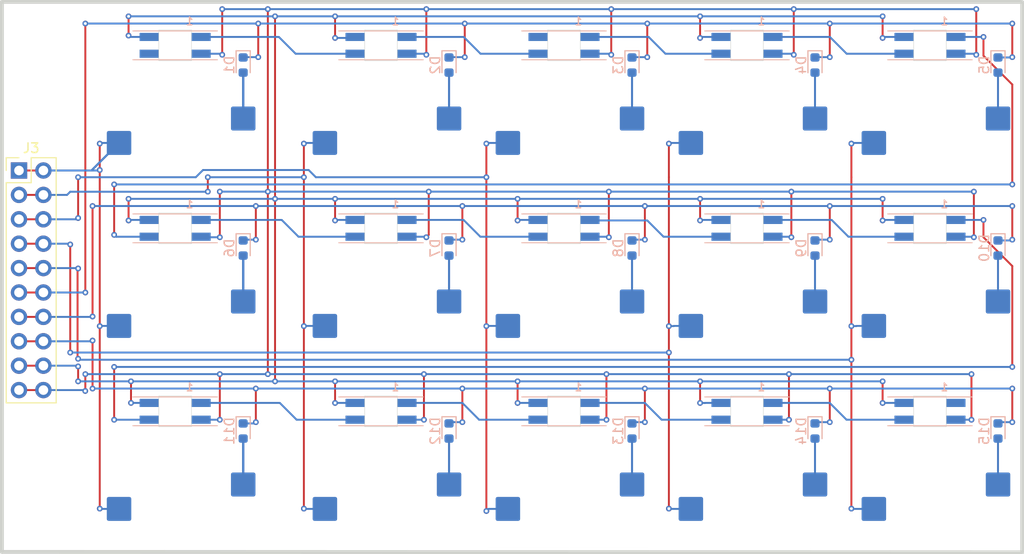
<source format=kicad_pcb>
(kicad_pcb (version 20241229) (generator "pcbnew") (generator_version "9.0")
  (layers (0 "F.Cu" signal) (2 "B.Cu" signal) (13 "F.Paste" user) (15 "B.Paste" user) (5 "F.SilkS" user "F.Silkscreen") (7 "B.SilkS" user "B.Silkscreen") (1 "F.Mask" user) (3 "B.Mask" user) (25 "Edge.Cuts" user))
  (net 0 "")
  (net 1 "ROW1")
  (net 2 "Net-(D1-A)")
  (net 3 "Net-(D2-A)")
  (net 4 "Net-(D3-A)")
  (net 5 "Net-(D4-A)")
  (net 6 "Net-(D5-A)")
  (net 7 "Net-(D6-A)")
  (net 8 "ROW2")
  (net 9 "Net-(D7-A)")
  (net 10 "Net-(D8-A)")
  (net 11 "Net-(D9-A)")
  (net 12 "Net-(D10-A)")
  (net 13 "Net-(D11-A)")
  (net 14 "ROW3")
  (net 15 "Net-(D12-A)")
  (net 16 "Net-(D13-A)")
  (net 17 "Net-(D14-A)")
  (net 18 "Net-(D15-A)")
  (net 19 "COL1")
  (net 20 "COL2")
  (net 21 "GND")
  (net 22 "COL4")
  (net 23 "COL3")
  (net 24 "COL5")
  (net 25 "VCC")
  (net 26 "Net-(LED1-DOUT)")
  (net 27 "DOUT")
  (net 28 "DIN")
  (net 29 "Net-(LED2-DOUT)")
  (net 30 "Net-(LED3-DOUT)")
  (net 31 "Net-(LED4-DOUT)")
  (net 32 "Net-(LED5-DOUT)")
  (net 33 "Net-(LED6-DOUT)")
  (net 34 "Net-(LED7-DOUT)")
  (net 35 "Net-(LED8-DOUT)")
  (net 36 "Net-(LED10-DIN)")
  (net 37 "Net-(LED10-DOUT)")
  (net 38 "Net-(LED11-DOUT)")
  (net 39 "Net-(LED12-DOUT)")
  (net 40 "Net-(LED13-DOUT)")
  (net 41 "Net-(LED14-DOUT)")
  (footprint "Connector_PinHeader_2.54mm:PinHeader_2x10_P2.54mm_Vertical" (layer "F.Cu") (at 21.844 46.05)
    (property "Reference" "J3")
    (property "Value" "Conn_02x10_Counter_Clockwise" (hide yes))
  )
  (footprint "SWICHES:MX-Hotswap-1.25U" (layer "B.Cu") (at 38.1 38.1)
    (property "Reference" "SW1")
    (property "Value" "SW_Push")
  )
  (footprint "Diode_SMD:D_0603_1608Metric" (layer "B.Cu") (at 85.66125 54.12 -90)
    (property "Reference" "D8")
    (property "Value" "D")
  )
  (footprint "SWICHES:SK6812 MINI W_hole" (layer "B.Cu") (at 116.68125 57.15 180)
    (property "Reference" "LED10" (hide yes))
    (property "Value" "SK6812MINI" (hide yes))
    (fp_line (start 1.7 6.68) (end -1.7 6.68) (stroke (width 0.05)) (layer "Edge.Cuts"))
    (fp_line (start 1.7 3.48) (end 1.7 6.68) (stroke (width 0.05)) (layer "Edge.Cuts"))
    (fp_line (start -1.7 6.68) (end -1.7 3.48) (stroke (width 0.05)) (layer "Edge.Cuts"))
    (fp_line (start -1.7 3.48) (end 1.7 3.48) (stroke (width 0.05)) (layer "Edge.Cuts"))
  )
  (footprint "SWICHES:MX-Hotswap-1U" (layer "B.Cu") (at 59.53125 57.15)
    (property "Reference" "SW7")
    (property "Value" "SW_Push")
  )
  (footprint "SWICHES:SK6812 MINI W_hole" (layer "B.Cu") (at 38.1 76.2 180)
    (property "Reference" "LED11" (hide yes))
    (property "Value" "SK6812MINI" (hide yes))
    (fp_line (start 1.7 6.68) (end -1.7 6.68) (stroke (width 0.05)) (layer "Edge.Cuts"))
    (fp_line (start 1.7 3.48) (end 1.7 6.68) (stroke (width 0.05)) (layer "Edge.Cuts"))
    (fp_line (start -1.7 6.68) (end -1.7 3.48) (stroke (width 0.05)) (layer "Edge.Cuts"))
    (fp_line (start -1.7 3.48) (end 1.7 3.48) (stroke (width 0.05)) (layer "Edge.Cuts"))
  )
  (footprint "SWICHES:SK6812 MINI W_hole" (layer "B.Cu") (at 78.58125 57.15 180)
    (property "Reference" "LED8" (hide yes))
    (property "Value" "SK6812MINI" (hide yes))
    (fp_line (start 1.7 6.68) (end -1.7 6.68) (stroke (width 0.05)) (layer "Edge.Cuts"))
    (fp_line (start 1.7 3.48) (end 1.7 6.68) (stroke (width 0.05)) (layer "Edge.Cuts"))
    (fp_line (start -1.7 6.68) (end -1.7 3.48) (stroke (width 0.05)) (layer "Edge.Cuts"))
    (fp_line (start -1.7 3.48) (end 1.7 3.48) (stroke (width 0.05)) (layer "Edge.Cuts"))
  )
  (footprint "Diode_SMD:D_0603_1608Metric" (layer "B.Cu") (at 85.66125 73.17 -90)
    (property "Reference" "D13")
    (property "Value" "D")
  )
  (footprint "SWICHES:SK6812 MINI W_hole" (layer "B.Cu") (at 59.53125 57.15 180)
    (property "Reference" "LED7" (hide yes))
    (property "Value" "SK6812MINI" (hide yes))
    (fp_line (start 1.7 6.68) (end -1.7 6.68) (stroke (width 0.05)) (layer "Edge.Cuts"))
    (fp_line (start 1.7 3.48) (end 1.7 6.68) (stroke (width 0.05)) (layer "Edge.Cuts"))
    (fp_line (start -1.7 6.68) (end -1.7 3.48) (stroke (width 0.05)) (layer "Edge.Cuts"))
    (fp_line (start -1.7 3.48) (end 1.7 3.48) (stroke (width 0.05)) (layer "Edge.Cuts"))
  )
  (footprint "SWICHES:MX-Hotswap-1U" (layer "B.Cu") (at 97.63125 57.15)
    (property "Reference" "SW9")
    (property "Value" "SW_Push")
  )
  (footprint "Diode_SMD:D_0603_1608Metric" (layer "B.Cu") (at 45.18 73.17 -90)
    (property "Reference" "D11")
    (property "Value" "D")
  )
  (footprint "Diode_SMD:D_0603_1608Metric" (layer "B.Cu") (at 45.18 54.12 -90)
    (property "Reference" "D6")
    (property "Value" "D")
  )
  (footprint "Diode_SMD:D_0603_1608Metric" (layer "B.Cu") (at 66.61125 73.17 -90)
    (property "Reference" "D12")
    (property "Value" "D")
  )
  (footprint "SWICHES:MX-Hotswap-1U" (layer "B.Cu") (at 59.53125 38.1)
    (property "Reference" "SW2")
    (property "Value" "SW_Push")
  )
  (footprint "SWICHES:MX-Hotswap-1U" (layer "B.Cu") (at 78.58125 57.15)
    (property "Reference" "SW8")
    (property "Value" "SW_Push")
  )
  (footprint "SWICHES:SK6812 MINI W_hole" (layer "B.Cu") (at 116.68125 38.1 180)
    (property "Reference" "LED5" (hide yes))
    (property "Value" "SK6812MINI" (hide yes))
    (fp_line (start 1.7 6.68) (end -1.7 6.68) (stroke (width 0.05)) (layer "Edge.Cuts"))
    (fp_line (start 1.7 3.48) (end 1.7 6.68) (stroke (width 0.05)) (layer "Edge.Cuts"))
    (fp_line (start -1.7 6.68) (end -1.7 3.48) (stroke (width 0.05)) (layer "Edge.Cuts"))
    (fp_line (start -1.7 3.48) (end 1.7 3.48) (stroke (width 0.05)) (layer "Edge.Cuts"))
  )
  (footprint "SWICHES:SK6812 MINI W_hole" (layer "B.Cu") (at 78.58125 76.2 180)
    (property "Reference" "LED13" (hide yes))
    (property "Value" "SK6812MINI" (hide yes))
    (fp_line (start 1.7 6.68) (end -1.7 6.68) (stroke (width 0.05)) (layer "Edge.Cuts"))
    (fp_line (start 1.7 3.48) (end 1.7 6.68) (stroke (width 0.05)) (layer "Edge.Cuts"))
    (fp_line (start -1.7 6.68) (end -1.7 3.48) (stroke (width 0.05)) (layer "Edge.Cuts"))
    (fp_line (start -1.7 3.48) (end 1.7 3.48) (stroke (width 0.05)) (layer "Edge.Cuts"))
  )
  (footprint "Diode_SMD:D_0603_1608Metric" (layer "B.Cu") (at 104.71125 73.17 -90)
    (property "Reference" "D14")
    (property "Value" "D")
  )
  (footprint "SWICHES:MX-Hotswap-1.25U" (layer "B.Cu") (at 38.1 76.2)
    (property "Reference" "SW11")
    (property "Value" "SW_Push")
  )
  (footprint "SWICHES:SK6812 MINI W_hole" (layer "B.Cu") (at 78.58125 38.1 180)
    (property "Reference" "LED3" (hide yes))
    (property "Value" "SK6812MINI" (hide yes))
    (fp_line (start 1.7 6.68) (end -1.7 6.68) (stroke (width 0.05)) (layer "Edge.Cuts"))
    (fp_line (start 1.7 3.48) (end 1.7 6.68) (stroke (width 0.05)) (layer "Edge.Cuts"))
    (fp_line (start -1.7 6.68) (end -1.7 3.48) (stroke (width 0.05)) (layer "Edge.Cuts"))
    (fp_line (start -1.7 3.48) (end 1.7 3.48) (stroke (width 0.05)) (layer "Edge.Cuts"))
  )
  (footprint "Diode_SMD:D_0603_1608Metric" (layer "B.Cu") (at 104.71125 54.12 -90)
    (property "Reference" "D9")
    (property "Value" "D")
  )
  (footprint "Diode_SMD:D_0603_1608Metric" (layer "B.Cu") (at 123.76125 54.12 -90)
    (property "Reference" "D10")
    (property "Value" "D")
  )
  (footprint "SWICHES:SK6812 MINI W_hole" (layer "B.Cu") (at 38.1 57.15 180)
    (property "Reference" "LED6" (hide yes))
    (property "Value" "SK6812MINI" (hide yes))
    (fp_line (start 1.7 6.68) (end -1.7 6.68) (stroke (width 0.05)) (layer "Edge.Cuts"))
    (fp_line (start 1.7 3.48) (end 1.7 6.68) (stroke (width 0.05)) (layer "Edge.Cuts"))
    (fp_line (start -1.7 6.68) (end -1.7 3.48) (stroke (width 0.05)) (layer "Edge.Cuts"))
    (fp_line (start -1.7 3.48) (end 1.7 3.48) (stroke (width 0.05)) (layer "Edge.Cuts"))
  )
  (footprint "SWICHES:SK6812 MINI W_hole" (layer "B.Cu") (at 59.53125 76.2 180)
    (property "Reference" "LED12" (hide yes))
    (property "Value" "SK6812MINI" (hide yes))
    (fp_line (start 1.7 6.68) (end -1.7 6.68) (stroke (width 0.05)) (layer "Edge.Cuts"))
    (fp_line (start 1.7 3.48) (end 1.7 6.68) (stroke (width 0.05)) (layer "Edge.Cuts"))
    (fp_line (start -1.7 6.68) (end -1.7 3.48) (stroke (width 0.05)) (layer "Edge.Cuts"))
    (fp_line (start -1.7 3.48) (end 1.7 3.48) (stroke (width 0.05)) (layer "Edge.Cuts"))
  )
  (footprint "SWICHES:SK6812 MINI W_hole" (layer "B.Cu") (at 59.53125 38.1 180)
    (property "Reference" "LED2" (hide yes))
    (property "Value" "SK6812MINI" (hide yes))
    (fp_line (start 1.7 6.68) (end -1.7 6.68) (stroke (width 0.05)) (layer "Edge.Cuts"))
    (fp_line (start 1.7 3.48) (end 1.7 6.68) (stroke (width 0.05)) (layer "Edge.Cuts"))
    (fp_line (start -1.7 6.68) (end -1.7 3.48) (stroke (width 0.05)) (layer "Edge.Cuts"))
    (fp_line (start -1.7 3.48) (end 1.7 3.48) (stroke (width 0.05)) (layer "Edge.Cuts"))
  )
  (footprint "Diode_SMD:D_0603_1608Metric" (layer "B.Cu") (at 123.76125 35.07 -90)
    (property "Reference" "D5")
    (property "Value" "D")
  )
  (footprint "SWICHES:MX-Hotswap-1U" (layer "B.Cu") (at 59.53125 76.2)
    (property "Reference" "SW12")
    (property "Value" "SW_Push")
  )
  (footprint "Diode_SMD:D_0603_1608Metric" (layer "B.Cu") (at 85.66125 35.07 -90)
    (property "Reference" "D3")
    (property "Value" "D")
  )
  (footprint "Diode_SMD:D_0603_1608Metric" (layer "B.Cu") (at 66.61125 35.07 -90)
    (property "Reference" "D2")
    (property "Value" "D")
  )
  (footprint "Diode_SMD:D_0603_1608Metric" (layer "B.Cu") (at 104.71125 35.07 -90)
    (property "Reference" "D4")
    (property "Value" "D")
  )
  (footprint "Diode_SMD:D_0603_1608Metric" (layer "B.Cu") (at 66.61125 54.12 -90)
    (property "Reference" "D7")
    (property "Value" "D")
  )
  (footprint "Diode_SMD:D_0603_1608Metric" (layer "B.Cu") (at 123.76125 73.17 -90)
    (property "Reference" "D15")
    (property "Value" "D")
  )
  (footprint "SWICHES:MX-Hotswap-1U" (layer "B.Cu") (at 116.68125 38.1)
    (property "Reference" "SW5")
    (property "Value" "SW_Push")
  )
  (footprint "SWICHES:SK6812 MINI W_hole" (layer "B.Cu") (at 116.68125 76.2 180)
    (property "Reference" "LED15" (hide yes))
    (property "Value" "SK6812MINI" (hide yes))
    (fp_line (start 1.7 6.68) (end -1.7 6.68) (stroke (width 0.05)) (layer "Edge.Cuts"))
    (fp_line (start 1.7 3.48) (end 1.7 6.68) (stroke (width 0.05)) (layer "Edge.Cuts"))
    (fp_line (start -1.7 6.68) (end -1.7 3.48) (stroke (width 0.05)) (layer "Edge.Cuts"))
    (fp_line (start -1.7 3.48) (end 1.7 3.48) (stroke (width 0.05)) (layer "Edge.Cuts"))
  )
  (footprint "SWICHES:MX-Hotswap-1U" (layer "B.Cu") (at 78.58125 38.1)
    (property "Reference" "SW3")
    (property "Value" "SW_Push")
  )
  (footprint "SWICHES:SK6812 MINI W_hole" (layer "B.Cu") (at 97.63125 57.15 180)
    (property "Reference" "LED9" (hide yes))
    (property "Value" "SK6812MINI" (hide yes))
    (fp_line (start 1.7 6.68) (end -1.7 6.68) (stroke (width 0.05)) (layer "Edge.Cuts"))
    (fp_line (start 1.7 3.48) (end 1.7 6.68) (stroke (width 0.05)) (layer "Edge.Cuts"))
    (fp_line (start -1.7 6.68) (end -1.7 3.48) (stroke (width 0.05)) (layer "Edge.Cuts"))
    (fp_line (start -1.7 3.48) (end 1.7 3.48) (stroke (width 0.05)) (layer "Edge.Cuts"))
  )
  (footprint "SWICHES:MX-Hotswap-1U" (layer "B.Cu") (at 97.63125 76.2)
    (property "Reference" "SW14")
    (property "Value" "SW_Push")
  )
  (footprint "SWICHES:MX-Hotswap-1.25U" (layer "B.Cu") (at 38.1 57.15)
    (property "Reference" "SW6")
    (property "Value" "SW_Push")
  )
  (footprint "SWICHES:MX-Hotswap-1U" (layer "B.Cu") (at 97.63125 38.1)
    (property "Reference" "SW4")
    (property "Value" "SW_Push")
  )
  (footprint "SWICHES:MX-Hotswap-1U" (layer "B.Cu") (at 116.68125 57.15)
    (property "Reference" "SW10")
    (property "Value" "SW_Push")
  )
  (footprint "SWICHES:SK6812 MINI W_hole" (layer "B.Cu") (at 97.63125 76.2 180)
    (property "Reference" "LED14" (hide yes))
    (property "Value" "SK6812MINI" (hide yes))
    (fp_line (start 1.7 6.68) (end -1.7 6.68) (stroke (width 0.05)) (layer "Edge.Cuts"))
    (fp_line (start 1.7 3.48) (end 1.7 6.68) (stroke (width 0.05)) (layer "Edge.Cuts"))
    (fp_line (start -1.7 6.68) (end -1.7 3.48) (stroke (width 0.05)) (layer "Edge.Cuts"))
    (fp_line (start -1.7 3.48) (end 1.7 3.48) (stroke (width 0.05)) (layer "Edge.Cuts"))
  )
  (footprint "SWICHES:SK6812 MINI W_hole" (layer "B.Cu") (at 38.1 38.1 180)
    (property "Reference" "LED1" (hide yes))
    (property "Value" "SK6812MINI" (hide yes))
    (fp_line (start 1.7 6.68) (end -1.7 6.68) (stroke (width 0.05)) (layer "Edge.Cuts"))
    (fp_line (start 1.7 3.48) (end 1.7 6.68) (stroke (width 0.05)) (layer "Edge.Cuts"))
    (fp_line (start -1.7 6.68) (end -1.7 3.48) (stroke (width 0.05)) (layer "Edge.Cuts"))
    (fp_line (start -1.7 3.48) (end 1.7 3.48) (stroke (width 0.05)) (layer "Edge.Cuts"))
  )
  (footprint "SWICHES:MX-Hotswap-1U" (layer "B.Cu") (at 78.58125 76.2)
    (property "Reference" "SW13")
    (property "Value" "SW_Push")
  )
  (footprint "SWICHES:MX-Hotswap-1U" (layer "B.Cu") (at 116.68125 76.2)
    (property "Reference" "SW15")
    (property "Value" "SW_Push")
  )
  (footprint "SWICHES:SK6812 MINI W_hole" (layer "B.Cu") (at 97.63125 38.1 180)
    (property "Reference" "LED4" (hide yes))
    (property "Value" "SK6812MINI" (hide yes))
    (fp_line (start 1.7 6.68) (end -1.7 6.68) (stroke (width 0.05)) (layer "Edge.Cuts"))
    (fp_line (start 1.7 3.48) (end 1.7 6.68) (stroke (width 0.05)) (layer "Edge.Cuts"))
    (fp_line (start -1.7 6.68) (end -1.7 3.48) (stroke (width 0.05)) (layer "Edge.Cuts"))
    (fp_line (start -1.7 3.48) (end 1.7 3.48) (stroke (width 0.05)) (layer "Edge.Cuts"))
  )
  (footprint "Diode_SMD:D_0603_1608Metric" (layer "B.Cu") (at 45.18 35.07 -90)
    (property "Reference" "D1")
    (property "Value" "D")
  )
  (gr_line (start 126.28125 28.543934) (end 126.28125 85.800018) (stroke (width 0.4)) (layer "Edge.Cuts"))
  (gr_line (start 20.066 85.756066) (end 20.066 28.5) (stroke (width 0.4)) (layer "Edge.Cuts"))
  (gr_line (start 20.066 28.5) (end 126.237316 28.5) (stroke (width 0.4)) (layer "Edge.Cuts"))
  (gr_line (start 126.28125 85.800018) (end 20.066 85.756066) (stroke (width 0.4)) (layer "Edge.Cuts"))
  (gr_line (start 126.237316 28.5) (end 126.28125 28.543934) (stroke (width 0.4)) (layer "Edge.Cuts"))
  (segment (start 106.25 30.75) (end 106.25 34.25) (width 0.2) (layer "F.Cu") (net 1))
  (segment (start 125.25 34.25) (end 125.25 30.75) (width 0.2) (layer "F.Cu") (net 1))
  (segment (start 46.75 30.75) (end 46.75 34.25) (width 0.2) (layer "F.Cu") (net 1))
  (segment (start 21.844 58.75) (end 24.384 58.75) (width 0.2) (layer "F.Cu") (net 1))
  (segment (start 68.25 30.75) (end 68.25 34.25) (width 0.2) (layer "F.Cu") (net 1))
  (segment (start 87.25 30.75) (end 87.25 34.25) (width 0.2) (layer "F.Cu") (net 1))
  (segment (start 28.75 30.75) (end 28.75 58.75) (width 0.2) (layer "F.Cu") (net 1))
  (via (at 28.75 58.75) (size 0.6) (drill 0.3) (layers "F.Cu" "B.Cu") (net 1))
  (via (at 28.75 30.75) (size 0.6) (drill 0.3) (layers "F.Cu" "B.Cu") (net 1))
  (via (at 68.25 30.75) (size 0.6) (drill 0.3) (layers "F.Cu" "B.Cu") (net 1))
  (via (at 46.75 34.25) (size 0.6) (drill 0.3) (layers "F.Cu" "B.Cu") (net 1))
  (via (at 68.25 34.25) (size 0.6) (drill 0.3) (layers "F.Cu" "B.Cu") (net 1))
  (via (at 46.75 30.75) (size 0.6) (drill 0.3) (layers "F.Cu" "B.Cu") (net 1))
  (via (at 87.25 30.75) (size 0.6) (drill 0.3) (layers "F.Cu" "B.Cu") (net 1))
  (via (at 125.25 30.75) (size 0.6) (drill 0.3) (layers "F.Cu" "B.Cu") (net 1))
  (via (at 87.25 34.25) (size 0.6) (drill 0.3) (layers "F.Cu" "B.Cu") (net 1))
  (via (at 106.25 30.75) (size 0.6) (drill 0.3) (layers "F.Cu" "B.Cu") (net 1))
  (via (at 125.25 34.25) (size 0.6) (drill 0.3) (layers "F.Cu" "B.Cu") (net 1))
  (via (at 106.25 34.25) (size 0.6) (drill 0.3) (layers "F.Cu" "B.Cu") (net 1))
  (segment (start 46.75 34.25) (end 45.2125 34.25) (width 0.2) (layer "B.Cu") (net 1))
  (segment (start 28.75 30.75) (end 46.75 30.75) (width 0.2) (layer "B.Cu") (net 1))
  (segment (start 68.25 34.25) (end 66.64375 34.25) (width 0.2) (layer "B.Cu") (net 1))
  (segment (start 87.25 34.25) (end 85.69375 34.25) (width 0.2) (layer "B.Cu") (net 1))
  (segment (start 45.2125 34.25) (end 45.18 34.2825) (width 0.2) (layer "B.Cu") (net 1))
  (segment (start 68.25 30.75) (end 46.75 30.75) (width 0.2) (layer "B.Cu") (net 1))
  (segment (start 125.25 30.75) (end 106.25 30.75) (width 0.2) (layer "B.Cu") (net 1))
  (segment (start 106.25 34.25) (end 104.74375 34.25) (width 0.2) (layer "B.Cu") (net 1))
  (segment (start 87.25 30.75) (end 68.25 30.75) (width 0.2) (layer "B.Cu") (net 1))
  (segment (start 123.76125 34.2825) (end 125.2175 34.2825) (width 0.2) (layer "B.Cu") (net 1))
  (segment (start 66.64375 34.25) (end 66.61125 34.2825) (width 0.2) (layer "B.Cu") (net 1))
  (segment (start 24.384 58.75) (end 28.75 58.75) (width 0.2) (layer "B.Cu") (net 1))
  (segment (start 104.74375 34.25) (end 104.71125 34.2825) (width 0.2) (layer "B.Cu") (net 1))
  (segment (start 85.69375 34.25) (end 85.66125 34.2825) (width 0.2) (layer "B.Cu") (net 1))
  (segment (start 125.2175 34.2825) (end 125.25 34.25) (width 0.2) (layer "B.Cu") (net 1))
  (segment (start 106.25 30.75) (end 87.25 30.75) (width 0.2) (layer "B.Cu") (net 1))
  (segment (start 45.185 35.8625) (end 45.18 35.8575) (width 0.2) (layer "B.Cu") (net 2))
  (segment (start 45.185 35.8625) (end 45.18 35.8575) (width 0.2) (layer "B.Cu") (net 2))
  (segment (start 45.185 40.64) (end 45.185 35.8625) (width 0.2) (layer "B.Cu") (net 2))
  (segment (start 45.185 35.8625) (end 45.18 35.8575) (width 0.2) (layer "B.Cu") (net 2))
  (segment (start 45.185 40.64) (end 45.185 35.8625) (width 0.2) (layer "B.Cu") (net 2))
  (segment (start 45.185 40.64) (end 45.185 35.8625) (width 0.2) (layer "B.Cu") (net 2))
  (segment (start 45.185 40.64) (end 45.185 35.8625) (width 0.2) (layer "B.Cu") (net 2))
  (segment (start 45.185 35.8625) (end 45.18 35.8575) (width 0.2) (layer "B.Cu") (net 2))
  (segment (start 66.61625 40.64) (end 66.61625 35.8625) (width 0.2) (layer "B.Cu") (net 3))
  (segment (start 66.61625 40.64) (end 66.61625 35.8625) (width 0.2) (layer "B.Cu") (net 3))
  (segment (start 66.61625 35.8625) (end 66.61125 35.8575) (width 0.2) (layer "B.Cu") (net 3))
  (segment (start 66.61625 35.8625) (end 66.61125 35.8575) (width 0.2) (layer "B.Cu") (net 3))
  (segment (start 66.61625 40.64) (end 66.61625 35.8625) (width 0.2) (layer "B.Cu") (net 3))
  (segment (start 66.61625 40.64) (end 66.61625 35.8625) (width 0.2) (layer "B.Cu") (net 3))
  (segment (start 66.61625 35.8625) (end 66.61125 35.8575) (width 0.2) (layer "B.Cu") (net 3))
  (segment (start 66.61625 35.8625) (end 66.61125 35.8575) (width 0.2) (layer "B.Cu") (net 3))
  (segment (start 85.66625 40.64) (end 85.66625 35.8625) (width 0.2) (layer "B.Cu") (net 4))
  (segment (start 85.66625 40.64) (end 85.66625 35.8625) (width 0.2) (layer "B.Cu") (net 4))
  (segment (start 85.66625 40.64) (end 85.66625 35.8625) (width 0.2) (layer "B.Cu") (net 4))
  (segment (start 85.66625 40.64) (end 85.66625 35.8625) (width 0.2) (layer "B.Cu") (net 4))
  (segment (start 85.66625 35.8625) (end 85.66125 35.8575) (width 0.2) (layer "B.Cu") (net 4))
  (segment (start 85.66625 35.8625) (end 85.66125 35.8575) (width 0.2) (layer "B.Cu") (net 4))
  (segment (start 85.66625 35.8625) (end 85.66125 35.8575) (width 0.2) (layer "B.Cu") (net 4))
  (segment (start 85.66625 35.8625) (end 85.66125 35.8575) (width 0.2) (layer "B.Cu") (net 4))
  (segment (start 104.71625 35.8625) (end 104.71125 35.8575) (width 0.2) (layer "B.Cu") (net 5))
  (segment (start 104.71625 40.64) (end 104.71625 35.8625) (width 0.2) (layer "B.Cu") (net 5))
  (segment (start 104.71625 35.8625) (end 104.71125 35.8575) (width 0.2) (layer "B.Cu") (net 5))
  (segment (start 104.71625 35.8625) (end 104.71125 35.8575) (width 0.2) (layer "B.Cu") (net 5))
  (segment (start 104.71625 40.64) (end 104.71625 35.8625) (width 0.2) (layer "B.Cu") (net 5))
  (segment (start 104.71625 40.64) (end 104.71625 35.8625) (width 0.2) (layer "B.Cu") (net 5))
  (segment (start 104.71625 40.64) (end 104.71625 35.8625) (width 0.2) (layer "B.Cu") (net 5))
  (segment (start 104.71625 35.8625) (end 104.71125 35.8575) (width 0.2) (layer "B.Cu") (net 5))
  (segment (start 123.76625 35.8625) (end 123.76125 35.8575) (width 0.2) (layer "B.Cu") (net 6))
  (segment (start 123.76625 40.64) (end 123.76625 35.8625) (width 0.2) (layer "B.Cu") (net 6))
  (segment (start 123.76625 40.64) (end 123.76625 35.8625) (width 0.2) (layer "B.Cu") (net 6))
  (segment (start 123.76625 40.64) (end 123.76625 35.8625) (width 0.2) (layer "B.Cu") (net 6))
  (segment (start 123.76625 35.8625) (end 123.76125 35.8575) (width 0.2) (layer "B.Cu") (net 6))
  (segment (start 123.76625 35.8625) (end 123.76125 35.8575) (width 0.2) (layer "B.Cu") (net 6))
  (segment (start 123.76625 40.64) (end 123.76625 35.8625) (width 0.2) (layer "B.Cu") (net 6))
  (segment (start 123.76625 35.8625) (end 123.76125 35.8575) (width 0.2) (layer "B.Cu") (net 6))
  (segment (start 45.185 59.69) (end 45.185 54.9125) (width 0.2) (layer "B.Cu") (net 7))
  (segment (start 45.185 59.69) (end 45.185 54.9125) (width 0.2) (layer "B.Cu") (net 7))
  (segment (start 45.185 54.9125) (end 45.18 54.9075) (width 0.2) (layer "B.Cu") (net 7))
  (segment (start 45.185 54.9125) (end 45.18 54.9075) (width 0.2) (layer "B.Cu") (net 7))
  (segment (start 45.185 59.69) (end 45.185 54.9125) (width 0.2) (layer "B.Cu") (net 7))
  (segment (start 45.185 54.9125) (end 45.18 54.9075) (width 0.2) (layer "B.Cu") (net 7))
  (segment (start 45.185 59.69) (end 45.185 54.9125) (width 0.2) (layer "B.Cu") (net 7))
  (segment (start 45.185 54.9125) (end 45.18 54.9075) (width 0.2) (layer "B.Cu") (net 7))
  (segment (start 29.5 61.25) (end 29.5 49.75) (width 0.2) (layer "F.Cu") (net 8))
  (segment (start 68 49.75) (end 68 53.25) (width 0.2) (layer "F.Cu") (net 8))
  (segment (start 106.25 49.75) (end 106.25 53.25) (width 0.2) (layer "F.Cu") (net 8))
  (segment (start 21.844 61.29) (end 24.384 61.29) (width 0.2) (layer "F.Cu") (net 8))
  (segment (start 87 49.75) (end 87 53.25) (width 0.2) (layer "F.Cu") (net 8))
  (segment (start 46.5 49.75) (end 46.5 53.25) (width 0.2) (layer "F.Cu") (net 8))
  (segment (start 125.25 53.25) (end 125.25 49.75) (width 0.2) (layer "F.Cu") (net 8))
  (via (at 106.25 53.25) (size 0.6) (drill 0.3) (layers "F.Cu" "B.Cu") (net 8))
  (via (at 125.25 53.25) (size 0.6) (drill 0.3) (layers "F.Cu" "B.Cu") (net 8))
  (via (at 106.25 49.75) (size 0.6) (drill 0.3) (layers "F.Cu" "B.Cu") (net 8))
  (via (at 87 49.75) (size 0.6) (drill 0.3) (layers "F.Cu" "B.Cu") (net 8))
  (via (at 46.5 49.75) (size 0.6) (drill 0.3) (layers "F.Cu" "B.Cu") (net 8))
  (via (at 29.5 49.75) (size 0.6) (drill 0.3) (layers "F.Cu" "B.Cu") (net 8))
  (via (at 125.25 49.75) (size 0.6) (drill 0.3) (layers "F.Cu" "B.Cu") (net 8))
  (via (at 68 49.75) (size 0.6) (drill 0.3) (layers "F.Cu" "B.Cu") (net 8))
  (via (at 68 53.25) (size 0.6) (drill 0.3) (layers "F.Cu" "B.Cu") (net 8))
  (via (at 29.5 61.25) (size 0.6) (drill 0.3) (layers "F.Cu" "B.Cu") (net 8))
  (via (at 87 53.25) (size 0.6) (drill 0.3) (layers "F.Cu" "B.Cu") (net 8))
  (via (at 46.5 53.25) (size 0.6) (drill 0.3) (layers "F.Cu" "B.Cu") (net 8))
  (segment (start 125.25 49.75) (end 106.25 49.75) (width 0.2) (layer "B.Cu") (net 8))
  (segment (start 24.384 61.29) (end 29.46 61.29) (width 0.2) (layer "B.Cu") (net 8))
  (segment (start 68 53.25) (end 66.69375 53.25) (width 0.2) (layer "B.Cu") (net 8))
  (segment (start 29.5 49.75) (end 46.5 49.75) (width 0.2) (layer "B.Cu") (net 8))
  (segment (start 87 49.75) (end 68 49.75) (width 0.2) (layer "B.Cu") (net 8))
  (segment (start 45.2625 53.25) (end 45.18 53.3325) (width 0.2) (layer "B.Cu") (net 8))
  (segment (start 104.79375 53.25) (end 104.71125 53.3325) (width 0.2) (layer "B.Cu") (net 8))
  (segment (start 66.69375 53.25) (end 66.61125 53.3325) (width 0.2) (layer "B.Cu") (net 8))
  (segment (start 68 49.75) (end 46.5 49.75) (width 0.2) (layer "B.Cu") (net 8))
  (segment (start 125.1675 53.3325) (end 125.25 53.25) (width 0.2) (layer "B.Cu") (net 8))
  (segment (start 106.25 49.75) (end 87 49.75) (width 0.2) (layer "B.Cu") (net 8))
  (segment (start 85.74375 53.25) (end 85.66125 53.3325) (width 0.2) (layer "B.Cu") (net 8))
  (segment (start 46.5 53.25) (end 45.2625 53.25) (width 0.2) (layer "B.Cu") (net 8))
  (segment (start 123.76125 53.3325) (end 125.1675 53.3325) (width 0.2) (layer "B.Cu") (net 8))
  (segment (start 87 53.25) (end 85.74375 53.25) (width 0.2) (layer "B.Cu") (net 8))
  (segment (start 29.46 61.29) (end 29.5 61.25) (width 0.2) (layer "B.Cu") (net 8))
  (segment (start 106.25 53.25) (end 104.79375 53.25) (width 0.2) (layer "B.Cu") (net 8))
  (segment (start 66.61625 59.69) (end 66.61625 54.9125) (width 0.2) (layer "B.Cu") (net 9))
  (segment (start 66.61625 59.69) (end 66.61625 54.9125) (width 0.2) (layer "B.Cu") (net 9))
  (segment (start 66.61625 54.9125) (end 66.61125 54.9075) (width 0.2) (layer "B.Cu") (net 9))
  (segment (start 66.61625 59.69) (end 66.61625 54.9125) (width 0.2) (layer "B.Cu") (net 9))
  (segment (start 66.61625 54.9125) (end 66.61125 54.9075) (width 0.2) (layer "B.Cu") (net 9))
  (segment (start 66.61625 59.69) (end 66.61625 54.9125) (width 0.2) (layer "B.Cu") (net 9))
  (segment (start 66.61625 54.9125) (end 66.61125 54.9075) (width 0.2) (layer "B.Cu") (net 9))
  (segment (start 66.61625 54.9125) (end 66.61125 54.9075) (width 0.2) (layer "B.Cu") (net 9))
  (segment (start 85.66625 54.9125) (end 85.66125 54.9075) (width 0.2) (layer "B.Cu") (net 10))
  (segment (start 85.66625 54.9125) (end 85.66125 54.9075) (width 0.2) (layer "B.Cu") (net 10))
  (segment (start 85.66625 59.69) (end 85.66625 54.9125) (width 0.2) (layer "B.Cu") (net 10))
  (segment (start 85.66625 59.69) (end 85.66625 54.9125) (width 0.2) (layer "B.Cu") (net 10))
  (segment (start 85.66625 59.69) (end 85.66625 54.9125) (width 0.2) (layer "B.Cu") (net 10))
  (segment (start 85.66625 54.9125) (end 85.66125 54.9075) (width 0.2) (layer "B.Cu") (net 10))
  (segment (start 85.66625 54.9125) (end 85.66125 54.9075) (width 0.2) (layer "B.Cu") (net 10))
  (segment (start 85.66625 59.69) (end 85.66625 54.9125) (width 0.2) (layer "B.Cu") (net 10))
  (segment (start 104.71625 54.9125) (end 104.71125 54.9075) (width 0.2) (layer "B.Cu") (net 11))
  (segment (start 104.71625 59.69) (end 104.71625 54.9125) (width 0.2) (layer "B.Cu") (net 11))
  (segment (start 104.71625 54.9125) (end 104.71125 54.9075) (width 0.2) (layer "B.Cu") (net 11))
  (segment (start 104.71625 59.69) (end 104.71625 54.9125) (width 0.2) (layer "B.Cu") (net 11))
  (segment (start 104.71625 59.69) (end 104.71625 54.9125) (width 0.2) (layer "B.Cu") (net 11))
  (segment (start 104.71625 54.9125) (end 104.71125 54.9075) (width 0.2) (layer "B.Cu") (net 11))
  (segment (start 104.71625 54.9125) (end 104.71125 54.9075) (width 0.2) (layer "B.Cu") (net 11))
  (segment (start 104.71625 59.69) (end 104.71625 54.9125) (width 0.2) (layer "B.Cu") (net 11))
  (segment (start 123.76625 59.69) (end 123.76625 54.9125) (width 0.2) (layer "B.Cu") (net 12))
  (segment (start 123.76625 59.69) (end 123.76625 54.9125) (width 0.2) (layer "B.Cu") (net 12))
  (segment (start 123.76625 54.9125) (end 123.76125 54.9075) (width 0.2) (layer "B.Cu") (net 12))
  (segment (start 123.76625 54.9125) (end 123.76125 54.9075) (width 0.2) (layer "B.Cu") (net 12))
  (segment (start 123.76625 59.69) (end 123.76625 54.9125) (width 0.2) (layer "B.Cu") (net 12))
  (segment (start 123.76625 54.9125) (end 123.76125 54.9075) (width 0.2) (layer "B.Cu") (net 12))
  (segment (start 123.76625 59.69) (end 123.76625 54.9125) (width 0.2) (layer "B.Cu") (net 12))
  (segment (start 123.76625 54.9125) (end 123.76125 54.9075) (width 0.2) (layer "B.Cu") (net 12))
  (segment (start 45.185 78.74) (end 45.185 73.9625) (width 0.2) (layer "B.Cu") (net 13))
  (segment (start 45.185 73.9625) (end 45.18 73.9575) (width 0.2) (layer "B.Cu") (net 13))
  (segment (start 45.185 78.74) (end 45.185 73.9625) (width 0.2) (layer "B.Cu") (net 13))
  (segment (start 45.185 73.9625) (end 45.18 73.9575) (width 0.2) (layer "B.Cu") (net 13))
  (segment (start 45.185 78.74) (end 45.185 73.9625) (width 0.2) (layer "B.Cu") (net 13))
  (segment (start 45.185 73.9625) (end 45.18 73.9575) (width 0.2) (layer "B.Cu") (net 13))
  (segment (start 45.185 78.74) (end 45.185 73.9625) (width 0.2) (layer "B.Cu") (net 13))
  (segment (start 45.185 73.9625) (end 45.18 73.9575) (width 0.2) (layer "B.Cu") (net 13))
  (segment (start 68 68.75) (end 68 72.25) (width 0.2) (layer "F.Cu") (net 14))
  (segment (start 21.844 63.83) (end 24.384 63.83) (width 0.2) (layer "F.Cu") (net 14))
  (segment (start 125.25 68.75) (end 125.25 72.25) (width 0.2) (layer "F.Cu") (net 14))
  (segment (start 46.5 72.25) (end 46.5 68.75) (width 0.2) (layer "F.Cu") (net 14))
  (segment (start 87 68.75) (end 87 72.25) (width 0.2) (layer "F.Cu") (net 14))
  (segment (start 106.25 68.75) (end 106.25 72.25) (width 0.2) (layer "F.Cu") (net 14))
  (segment (start 29.5 63.754) (end 29.5 68.75) (width 0.2) (layer "F.Cu") (net 14))
  (via (at 125.25 72.25) (size 0.6) (drill 0.3) (layers "F.Cu" "B.Cu") (net 14))
  (via (at 106.25 72.25) (size 0.6) (drill 0.3) (layers "F.Cu" "B.Cu") (net 14))
  (via (at 68 68.75) (size 0.6) (drill 0.3) (layers "F.Cu" "B.Cu") (net 14))
  (via (at 87 72.25) (size 0.6) (drill 0.3) (layers "F.Cu" "B.Cu") (net 14))
  (via (at 106.25 68.75) (size 0.6) (drill 0.3) (layers "F.Cu" "B.Cu") (net 14))
  (via (at 87 68.75) (size 0.6) (drill 0.3) (layers "F.Cu" "B.Cu") (net 14))
  (via (at 68 72.25) (size 0.6) (drill 0.3) (layers "F.Cu" "B.Cu") (net 14))
  (via (at 46.5 72.25) (size 0.6) (drill 0.3) (layers "F.Cu" "B.Cu") (net 14))
  (via (at 29.5 63.754) (size 0.6) (drill 0.3) (layers "F.Cu" "B.Cu") (net 14))
  (via (at 46.5 68.75) (size 0.6) (drill 0.3) (layers "F.Cu" "B.Cu") (net 14))
  (via (at 29.5 68.75) (size 0.6) (drill 0.3) (layers "F.Cu" "B.Cu") (net 14))
  (via (at 125.25 68.75) (size 0.6) (drill 0.3) (layers "F.Cu" "B.Cu") (net 14))
  (segment (start 106.25 72.25) (end 104.84375 72.25) (width 0.2) (layer "B.Cu") (net 14))
  (segment (start 46.5 68.75) (end 68 68.75) (width 0.2) (layer "B.Cu") (net 14))
  (segment (start 87 72.25) (end 85.79375 72.25) (width 0.2) (layer "B.Cu") (net 14))
  (segment (start 85.79375 72.25) (end 85.66125 72.3825) (width 0.2) (layer "B.Cu") (net 14))
  (segment (start 45.18 72.3825) (end 46.3675 72.3825) (width 0.2) (layer "B.Cu") (net 14))
  (segment (start 68 68.75) (end 87 68.75) (width 0.2) (layer "B.Cu") (net 14))
  (segment (start 24.384 63.83) (end 29.424 63.83) (width 0.2) (layer "B.Cu") (net 14))
  (segment (start 106.25 68.75) (end 125.25 68.75) (width 0.2) (layer "B.Cu") (net 14))
  (segment (start 29.424 63.83) (end 29.5 63.754) (width 0.2) (layer "B.Cu") (net 14))
  (segment (start 104.84375 72.25) (end 104.71125 72.3825) (width 0.2) (layer "B.Cu") (net 14))
  (segment (start 29.5 68.75) (end 46.5 68.75) (width 0.2) (layer "B.Cu") (net 14))
  (segment (start 66.74375 72.25) (end 66.61125 72.3825) (width 0.2) (layer "B.Cu") (net 14))
  (segment (start 46.3675 72.3825) (end 46.5 72.25) (width 0.2) (layer "B.Cu") (net 14))
  (segment (start 125.25 72.25) (end 123.89375 72.25) (width 0.2) (layer "B.Cu") (net 14))
  (segment (start 68 72.25) (end 66.74375 72.25) (width 0.2) (layer "B.Cu") (net 14))
  (segment (start 87 68.75) (end 106.25 68.75) (width 0.2) (layer "B.Cu") (net 14))
  (segment (start 123.89375 72.25) (end 123.76125 72.3825) (width 0.2) (layer "B.Cu") (net 14))
  (segment (start 66.61625 73.9625) (end 66.61125 73.9575) (width 0.2) (layer "B.Cu") (net 15))
  (segment (start 66.61625 73.9625) (end 66.61125 73.9575) (width 0.2) (layer "B.Cu") (net 15))
  (segment (start 66.61625 78.74) (end 66.61625 73.9625) (width 0.2) (layer "B.Cu") (net 15))
  (segment (start 66.61625 78.74) (end 66.61625 73.9625) (width 0.2) (layer "B.Cu") (net 15))
  (segment (start 66.61625 73.9625) (end 66.61125 73.9575) (width 0.2) (layer "B.Cu") (net 15))
  (segment (start 66.61625 73.9625) (end 66.61125 73.9575) (width 0.2) (layer "B.Cu") (net 15))
  (segment (start 66.61625 78.74) (end 66.61625 73.9625) (width 0.2) (layer "B.Cu") (net 15))
  (segment (start 66.61625 78.74) (end 66.61625 73.9625) (width 0.2) (layer "B.Cu") (net 15))
  (segment (start 85.66625 73.9625) (end 85.66125 73.9575) (width 0.2) (layer "B.Cu") (net 16))
  (segment (start 85.66625 78.74) (end 85.66625 73.9625) (width 0.2) (layer "B.Cu") (net 16))
  (segment (start 85.66625 78.74) (end 85.66625 73.9625) (width 0.2) (layer "B.Cu") (net 16))
  (segment (start 85.66625 78.74) (end 85.66625 73.9625) (width 0.2) (layer "B.Cu") (net 16))
  (segment (start 85.66625 73.9625) (end 85.66125 73.9575) (width 0.2) (layer "B.Cu") (net 16))
  (segment (start 85.66625 78.74) (end 85.66625 73.9625) (width 0.2) (layer "B.Cu") (net 16))
  (segment (start 85.66625 73.9625) (end 85.66125 73.9575) (width 0.2) (layer "B.Cu") (net 16))
  (segment (start 85.66625 73.9625) (end 85.66125 73.9575) (width 0.2) (layer "B.Cu") (net 16))
  (segment (start 104.71625 78.74) (end 104.71625 73.9625) (width 0.2) (layer "B.Cu") (net 17))
  (segment (start 104.71625 78.74) (end 104.71625 73.9625) (width 0.2) (layer "B.Cu") (net 17))
  (segment (start 104.71625 78.74) (end 104.71625 73.9625) (width 0.2) (layer "B.Cu") (net 17))
  (segment (start 104.71625 78.74) (end 104.71625 73.9625) (width 0.2) (layer "B.Cu") (net 17))
  (segment (start 104.71625 73.9625) (end 104.71125 73.9575) (width 0.2) (layer "B.Cu") (net 17))
  (segment (start 104.71625 73.9625) (end 104.71125 73.9575) (width 0.2) (layer "B.Cu") (net 17))
  (segment (start 104.71625 73.9625) (end 104.71125 73.9575) (width 0.2) (layer "B.Cu") (net 17))
  (segment (start 104.71625 73.9625) (end 104.71125 73.9575) (width 0.2) (layer "B.Cu") (net 17))
  (segment (start 123.76625 73.9625) (end 123.76125 73.9575) (width 0.2) (layer "B.Cu") (net 18))
  (segment (start 123.76625 78.74) (end 123.76625 73.9625) (width 0.2) (layer "B.Cu") (net 18))
  (segment (start 123.76625 73.9625) (end 123.76125 73.9575) (width 0.2) (layer "B.Cu") (net 18))
  (segment (start 123.76625 78.74) (end 123.76625 73.9625) (width 0.2) (layer "B.Cu") (net 18))
  (segment (start 123.76625 78.74) (end 123.76625 73.9625) (width 0.2) (layer "B.Cu") (net 18))
  (segment (start 123.76625 73.9625) (end 123.76125 73.9575) (width 0.2) (layer "B.Cu") (net 18))
  (segment (start 123.76625 73.9625) (end 123.76125 73.9575) (width 0.2) (layer "B.Cu") (net 18))
  (segment (start 123.76625 78.74) (end 123.76625 73.9625) (width 0.2) (layer "B.Cu") (net 18))
  (segment (start 30.25 46) (end 30.25 62.25) (width 0.2) (layer "F.Cu") (net 19))
  (segment (start 21.844 46.05) (end 24.384 46.05) (width 0.2) (layer "F.Cu") (net 19))
  (segment (start 30.25 43.25) (end 30.25 46) (width 0.2) (layer "F.Cu") (net 19))
  (segment (start 30.25 81.25) (end 30.25 62.25) (width 0.2) (layer "F.Cu") (net 19))
  (via (at 30.25 81.25) (size 0.6) (drill 0.3) (layers "F.Cu" "B.Cu") (net 19))
  (via (at 30.25 46) (size 0.6) (drill 0.3) (layers "F.Cu" "B.Cu") (net 19))
  (via (at 30.25 43.25) (size 0.6) (drill 0.3) (layers "F.Cu" "B.Cu") (net 19))
  (via (at 30.25 62.25) (size 0.6) (drill 0.3) (layers "F.Cu" "B.Cu") (net 19))
  (segment (start 29.388 46.05) (end 32.258 43.18) (width 0.2) (layer "B.Cu") (net 19))
  (segment (start 30.27 62.23) (end 32.258 62.23) (width 0.2) (layer "B.Cu") (net 19))
  (segment (start 30.2 46.05) (end 30.25 46) (width 0.2) (layer "B.Cu") (net 19))
  (segment (start 29.388 46.05) (end 32.258 43.18) (width 0.2) (layer "B.Cu") (net 19))
  (segment (start 24.384 46.05) (end 29.388 46.05) (width 0.2) (layer "B.Cu") (net 19))
  (segment (start 29.388 46.05) (end 32.258 43.18) (width 0.2) (layer "B.Cu") (net 19))
  (segment (start 24.384 46.05) (end 29.388 46.05) (width 0.2) (layer "B.Cu") (net 19))
  (segment (start 30.25 62.25) (end 30.27 62.23) (width 0.2) (layer "B.Cu") (net 19))
  (segment (start 32.258 43.18) (end 30.32 43.18) (width 0.2) (layer "B.Cu") (net 19))
  (segment (start 24.384 46.05) (end 30.2 46.05) (width 0.2) (layer "B.Cu") (net 19))
  (segment (start 30.28 81.28) (end 30.25 81.25) (width 0.2) (layer "B.Cu") (net 19))
  (segment (start 24.384 46.05) (end 29.388 46.05) (width 0.2) (layer "B.Cu") (net 19))
  (segment (start 30.32 43.18) (end 30.25 43.25) (width 0.2) (layer "B.Cu") (net 19))
  (segment (start 32.258 81.28) (end 30.28 81.28) (width 0.2) (layer "B.Cu") (net 19))
  (segment (start 24.384 48.59) (end 21.844 48.59) (width 0.2) (layer "F.Cu") (net 20))
  (segment (start 51.5 46.75) (end 51.5 62.25) (width 0.2) (layer "F.Cu") (net 20))
  (segment (start 41.5 48.25) (end 41.5 46.75) (width 0.2) (layer "F.Cu") (net 20))
  (segment (start 51.5 81.25) (end 51.5 62.25) (width 0.2) (layer "F.Cu") (net 20))
  (segment (start 51.5 43.25) (end 51.5 46.75) (width 0.2) (layer "F.Cu") (net 20))
  (via (at 41.5 46.75) (size 0.6) (drill 0.3) (layers "F.Cu" "B.Cu") (net 20))
  (via (at 51.5 43.25) (size 0.6) (drill 0.3) (layers "F.Cu" "B.Cu") (net 20))
  (via (at 51.5 81.25) (size 0.6) (drill 0.3) (layers "F.Cu" "B.Cu") (net 20))
  (via (at 41.5 48.25) (size 0.6) (drill 0.3) (layers "F.Cu" "B.Cu") (net 20))
  (via (at 51.5 62.25) (size 0.6) (drill 0.3) (layers "F.Cu" "B.Cu") (net 20))
  (via (at 51.5 46.75) (size 0.6) (drill 0.3) (layers "F.Cu" "B.Cu") (net 20))
  (segment (start 51.57 43.18) (end 51.5 43.25) (width 0.2) (layer "B.Cu") (net 20))
  (segment (start 24.384 48.59) (end 26.848 48.59) (width 0.2) (layer "B.Cu") (net 20))
  (segment (start 53.68925 43.18) (end 51.57 43.18) (width 0.2) (layer "B.Cu") (net 20))
  (segment (start 51.52 62.23) (end 53.68925 62.23) (width 0.2) (layer "B.Cu") (net 20))
  (segment (start 41.49 48.26) (end 41.5 48.25) (width 0.2) (layer "B.Cu") (net 20))
  (segment (start 53.68925 81.28) (end 51.53 81.28) (width 0.2) (layer "B.Cu") (net 20))
  (segment (start 41.5 46.75) (end 51.5 46.75) (width 0.2) (layer "B.Cu") (net 20))
  (segment (start 27.178 48.26) (end 41.49 48.26) (width 0.2) (layer "B.Cu") (net 20))
  (segment (start 26.848 48.59) (end 27.178 48.26) (width 0.2) (layer "B.Cu") (net 20))
  (segment (start 51.53 81.28) (end 51.5 81.25) (width 0.2) (layer "B.Cu") (net 20))
  (segment (start 51.5 62.25) (end 51.52 62.23) (width 0.2) (layer "B.Cu") (net 20))
  (segment (start 42.75 48.25) (end 42.75 53) (width 0.2) (layer "F.Cu") (net 21))
  (segment (start 42.75 72) (end 42.75 67.25) (width 0.2) (layer "F.Cu") (net 21))
  (segment (start 83.5 34) (end 83.5 29.25) (width 0.2) (layer "F.Cu") (net 21))
  (segment (start 64.25 53) (end 64.5 52.75) (width 0.2) (layer "F.Cu") (net 21))
  (segment (start 64.25 34) (end 64.25 29.25) (width 0.2) (layer "F.Cu") (net 21))
  (segment (start 121.25 53) (end 121.25 48.25) (width 0.2) (layer "F.Cu") (net 21))
  (segment (start 64.5 52.75) (end 64.5 48.25) (width 0.2) (layer "F.Cu") (net 21))
  (segment (start 47.75 48.25) (end 47.75 29.25) (width 0.2) (layer "F.Cu") (net 21))
  (segment (start 64 72) (end 64 67.25) (width 0.2) (layer "F.Cu") (net 21))
  (segment (start 28.75 67.25) (end 28.75 68.994034) (width 0.2) (layer "F.Cu") (net 21))
  (segment (start 83.25 53) (end 83.25 48.25) (width 0.2) (layer "F.Cu") (net 21))
  (segment (start 83 72) (end 83 67.25) (width 0.2) (layer "F.Cu") (net 21))
  (segment (start 121.5 34) (end 121.5 29.25) (width 0.2) (layer "F.Cu") (net 21))
  (segment (start 28.75 68.994034) (end 28.741051 69.002983) (width 0.2) (layer "F.Cu") (net 21))
  (segment (start 121 72) (end 121 67.25) (width 0.2) (layer "F.Cu") (net 21))
  (segment (start 43 29.25) (end 43 34) (width 0.2) (layer "F.Cu") (net 21))
  (segment (start 102.5 34) (end 102.5 29.25) (width 0.2) (layer "F.Cu") (net 21))
  (segment (start 21.844 68.91) (end 24.384 68.91) (width 0.2) (layer "F.Cu") (net 21))
  (segment (start 102 67.25) (end 102 72) (width 0.2) (layer "F.Cu") (net 21))
  (segment (start 47.75 67.25) (end 47.75 48.25) (width 0.2) (layer "F.Cu") (net 21))
  (segment (start 102.25 53) (end 102.25 48.25) (width 0.2) (layer "F.Cu") (net 21))
  (via (at 83.25 53) (size 0.6) (drill 0.3) (layers "F.Cu" "B.Cu") (net 21))
  (via (at 43 29.25) (size 0.6) (drill 0.3) (layers "F.Cu" "B.Cu") (net 21))
  (via (at 64.25 29.25) (size 0.6) (drill 0.3) (layers "F.Cu" "B.Cu") (net 21))
  (via (at 42.75 67.25) (size 0.6) (drill 0.3) (layers "F.Cu" "B.Cu") (net 21))
  (via (at 47.75 67.25) (size 0.6) (drill 0.3) (layers "F.Cu" "B.Cu") (net 21))
  (via (at 64.25 53) (size 0.6) (drill 0.3) (layers "F.Cu" "B.Cu") (net 21))
  (via (at 47.75 29.25) (size 0.6) (drill 0.3) (layers "F.Cu" "B.Cu") (net 21))
  (via (at 121.25 48.25) (size 0.6) (drill 0.3) (layers "F.Cu" "B.Cu") (net 21))
  (via (at 102.5 34) (size 0.6) (drill 0.3) (layers "F.Cu" "B.Cu") (net 21))
  (via (at 102 67.25) (size 0.6) (drill 0.3) (layers "F.Cu" "B.Cu") (net 21))
  (via (at 121.5 34) (size 0.6) (drill 0.3) (layers "F.Cu" "B.Cu") (net 21))
  (via (at 64 72) (size 0.6) (drill 0.3) (layers "F.Cu" "B.Cu") (net 21))
  (via (at 43 34) (size 0.6) (drill 0.3) (layers "F.Cu" "B.Cu") (net 21))
  (via (at 83.25 48.25) (size 0.6) (drill 0.3) (layers "F.Cu" "B.Cu") (net 21))
  (via (at 64 67.25) (size 0.6) (drill 0.3) (layers "F.Cu" "B.Cu") (net 21))
  (via (at 102.25 48.25) (size 0.6) (drill 0.3) (layers "F.Cu" "B.Cu") (net 21))
  (via (at 83 67.25) (size 0.6) (drill 0.3) (layers "F.Cu" "B.Cu") (net 21))
  (via (at 64.5 48.25) (size 0.6) (drill 0.3) (layers "F.Cu" "B.Cu") (net 21))
  (via (at 42.75 53) (size 0.6) (drill 0.3) (layers "F.Cu" "B.Cu") (net 21))
  (via (at 102 72) (size 0.6) (drill 0.3) (layers "F.Cu" "B.Cu") (net 21))
  (via (at 83 72) (size 0.6) (drill 0.3) (layers "F.Cu" "B.Cu") (net 21))
  (via (at 83.5 34) (size 0.6) (drill 0.3) (layers "F.Cu" "B.Cu") (net 21))
  (via (at 83.5 29.25) (size 0.6) (drill 0.3) (layers "F.Cu" "B.Cu") (net 21))
  (via (at 64.25 34) (size 0.6) (drill 0.3) (layers "F.Cu" "B.Cu") (net 21))
  (via (at 42.75 72) (size 0.6) (drill 0.3) (layers "F.Cu" "B.Cu") (net 21))
  (via (at 47.75 48.25) (size 0.6) (drill 0.3) (layers "F.Cu" "B.Cu") (net 21))
  (via (at 102.25 53) (size 0.6) (drill 0.3) (layers "F.Cu" "B.Cu") (net 21))
  (via (at 121 72) (size 0.6) (drill 0.3) (layers "F.Cu" "B.Cu") (net 21))
  (via (at 121 67.25) (size 0.6) (drill 0.3) (layers "F.Cu" "B.Cu") (net 21))
  (via (at 28.75 67.25) (size 0.6) (drill 0.3) (layers "F.Cu" "B.Cu") (net 21))
  (via (at 42.75 48.25) (size 0.6) (drill 0.3) (layers "F.Cu" "B.Cu") (net 21))
  (via (at 121.5 29.25) (size 0.6) (drill 0.3) (layers "F.Cu" "B.Cu") (net 21))
  (via (at 102.5 29.25) (size 0.6) (drill 0.3) (layers "F.Cu" "B.Cu") (net 21))
  (via (at 28.741051 69.002983) (size 0.6) (drill 0.3) (layers "F.Cu" "B.Cu") (net 21))
  (via (at 121.25 53) (size 0.6) (drill 0.3) (layers "F.Cu" "B.Cu") (net 21))
  (segment (start 64.195 52.945) (end 64.25 53) (width 0.2) (layer "B.Cu") (net 21))
  (segment (start 47.75 29.25) (end 43 29.25) (width 0.2) (layer "B.Cu") (net 21))
  (segment (start 40.8 33.895) (end 42.895 33.895) (width 0.2) (layer "B.Cu") (net 21))
  (segment (start 42.75 67.25) (end 47.75 67.25) (width 0.2) (layer "B.Cu") (net 21))
  (segment (start 100.33125 33.895) (end 102.395 33.895) (width 0.2) (layer "B.Cu") (net 21))
  (segment (start 47.75 67.25) (end 64 67.25) (width 0.2) (layer "B.Cu") (net 21))
  (segment (start 121.5 29.25) (end 102.5 29.25) (width 0.2) (layer "B.Cu") (net 21))
  (segment (start 28.648068 68.91) (end 28.741051 69.002983) (width 0.2) (layer "B.Cu") (net 21))
  (segment (start 83.5 29.25) (end 64.25 29.25) (width 0.2) (layer "B.Cu") (net 21))
  (segment (start 119.38125 71.995) (end 120.995 71.995) (width 0.2) (layer "B.Cu") (net 21))
  (segment (start 119.38125 33.895) (end 121.395 33.895) (width 0.2) (layer "B.Cu") (net 21))
  (segment (start 62.23125 52.945) (end 64.195 52.945) (width 0.2) (layer "B.Cu") (net 21))
  (segment (start 121 67.25) (end 102 67.25) (width 0.2) (layer "B.Cu") (net 21))
  (segment (start 81.28125 52.945) (end 83.195 52.945) (width 0.2) (layer "B.Cu") (net 21))
  (segment (start 81.28125 33.895) (end 83.395 33.895) (width 0.2) (layer "B.Cu") (net 21))
  (segment (start 64.5 48.25) (end 47.75 48.25) (width 0.2) (layer "B.Cu") (net 21))
  (segment (start 64.145 33.895) (end 64.25 34) (width 0.2) (layer "B.Cu") (net 21))
  (segment (start 121.195 52.945) (end 121.25 53) (width 0.2) (layer "B.Cu") (net 21))
  (segment (start 47.75 48.25) (end 42.75 48.25) (width 0.2) (layer "B.Cu") (net 21))
  (segment (start 121.395 33.895) (end 121.5 34) (width 0.2) (layer "B.Cu") (net 21))
  (segment (start 42.75 53) (end 40.855 53) (width 0.2) (layer "B.Cu") (net 21))
  (segment (start 63.995 71.995) (end 64 72) (width 0.2) (layer "B.Cu") (net 21))
  (segment (start 120.995 71.995) (end 121 72) (width 0.2) (layer "B.Cu") (net 21))
  (segment (start 102.395 33.895) (end 102.5 34) (width 0.2) (layer "B.Cu") (net 21))
  (segment (start 102.25 48.25) (end 83.25 48.25) (width 0.2) (layer "B.Cu") (net 21))
  (segment (start 102.5 29.25) (end 83.5 29.25) (width 0.2) (layer "B.Cu") (net 21))
  (segment (start 102.195 52.945) (end 102.25 53) (width 0.2) (layer "B.Cu") (net 21))
  (segment (start 64.25 29.25) (end 47.75 29.25) (width 0.2) (layer "B.Cu") (net 21))
  (segment (start 83.195 52.945) (end 83.25 53) (width 0.2) (layer "B.Cu") (net 21))
  (segment (start 28.75 67.25) (end 42.75 67.25) (width 0.2) (layer "B.Cu") (net 21))
  (segment (start 119.38125 52.945) (end 121.195 52.945) (width 0.2) (layer "B.Cu") (net 21))
  (segment (start 62.23125 33.895) (end 64.145 33.895) (width 0.2) (layer "B.Cu") (net 21))
  (segment (start 81.28125 71.995) (end 82.995 71.995) (width 0.2) (layer "B.Cu") (net 21))
  (segment (start 24.384 68.91) (end 28.648068 68.91) (width 0.2) (layer "B.Cu") (net 21))
  (segment (start 82.995 71.995) (end 83 72) (width 0.2) (layer "B.Cu") (net 21))
  (segment (start 101.995 71.995) (end 102 72) (width 0.2) (layer "B.Cu") (net 21))
  (segment (start 42.745 71.995) (end 42.75 72) (width 0.2) (layer "B.Cu") (net 21))
  (segment (start 83 67.25) (end 102 67.25) (width 0.2) (layer "B.Cu") (net 21))
  (segment (start 40.8 71.995) (end 42.745 71.995) (width 0.2) (layer "B.Cu") (net 21))
  (segment (start 121.25 48.25) (end 102.25 48.25) (width 0.2) (layer "B.Cu") (net 21))
  (segment (start 62.23125 71.995) (end 63.995 71.995) (width 0.2) (layer "B.Cu") (net 21))
  (segment (start 100.33125 52.945) (end 102.195 52.945) (width 0.2) (layer "B.Cu") (net 21))
  (segment (start 100.33125 71.995) (end 101.995 71.995) (width 0.2) (layer "B.Cu") (net 21))
  (segment (start 40.855 53) (end 40.8 52.945) (width 0.2) (layer "B.Cu") (net 21))
  (segment (start 42.895 33.895) (end 43 34) (width 0.2) (layer "B.Cu") (net 21))
  (segment (start 64 67.25) (end 83 67.25) (width 0.2) (layer "B.Cu") (net 21))
  (segment (start 83.25 48.25) (end 64.5 48.25) (width 0.2) (layer "B.Cu") (net 21))
  (segment (start 83.395 33.895) (end 83.5 34) (width 0.2) (layer "B.Cu") (net 21))
  (segment (start 21.844 53.67) (end 24.384 53.67) (width 0.2) (layer "F.Cu") (net 22))
  (segment (start 89.5 43.25) (end 89.5 46.75) (width 0.2) (layer "F.Cu") (net 22))
  (segment (start 89.5 81.25) (end 89.5 62.25) (width 0.2) (layer "F.Cu") (net 22))
  (segment (start 27.178 65) (end 27.178 53.75) (width 0.2) (layer "F.Cu") (net 22))
  (segment (start 89.5 46.75) (end 89.5 62.25) (width 0.2) (layer "F.Cu") (net 22))
  (via (at 89.5 81.25) (size 0.6) (drill 0.3) (layers "F.Cu" "B.Cu") (net 22))
  (via (at 89.5 62.25) (size 0.6) (drill 0.3) (layers "F.Cu" "B.Cu") (net 22))
  (via (at 89.5 43.25) (size 0.6) (drill 0.3) (layers "F.Cu" "B.Cu") (net 22))
  (via (at 89.5 65) (size 0.6) (drill 0.3) (layers "F.Cu" "B.Cu") (net 22))
  (via (at 27.178 53.75) (size 0.6) (drill 0.3) (layers "F.Cu" "B.Cu") (net 22))
  (via (at 27.178 65) (size 0.6) (drill 0.3) (layers "F.Cu" "B.Cu") (net 22))
  (segment (start 90 62.25) (end 90.02 62.23) (width 0.2) (layer "B.Cu") (net 22))
  (segment (start 89.5 65) (end 27.178 65) (width 0.2) (layer "B.Cu") (net 22))
  (segment (start 90.02 62.23) (end 91.78925 62.23) (width 0.2) (layer "B.Cu") (net 22))
  (segment (start 89.57 43.18) (end 89.5 43.25) (width 0.2) (layer "B.Cu") (net 22))
  (segment (start 91.78925 43.18) (end 89.57 43.18) (width 0.2) (layer "B.Cu") (net 22))
  (segment (start 89.53 81.28) (end 89.5 81.25) (width 0.2) (layer "B.Cu") (net 22))
  (segment (start 89.5 62.25) (end 90 62.25) (width 0.2) (layer "B.Cu") (net 22))
  (segment (start 24.384 53.67) (end 27.098 53.67) (width 0.2) (layer "B.Cu") (net 22))
  (segment (start 91.78925 81.28) (end 89.53 81.28) (width 0.2) (layer "B.Cu") (net 22))
  (segment (start 27.098 53.67) (end 27.178 53.75) (width 0.2) (layer "B.Cu") (net 22))
  (segment (start 70.5 43.25) (end 70.5 46.75) (width 0.2) (layer "F.Cu") (net 23))
  (segment (start 70.5 46.75) (end 70.5 62.25) (width 0.2) (layer "F.Cu") (net 23))
  (segment (start 21.844 51.13) (end 24.384 51.13) (width 0.2) (layer "F.Cu") (net 23))
  (segment (start 70.5 81.5) (end 70.5 62.25) (width 0.2) (layer "F.Cu") (net 23))
  (segment (start 28 46.75) (end 28 51) (width 0.2) (layer "F.Cu") (net 23))
  (via (at 70.5 46.75) (size 0.6) (drill 0.3) (layers "F.Cu" "B.Cu") (net 23))
  (via (at 28 46.75) (size 0.6) (drill 0.3) (layers "F.Cu" "B.Cu") (net 23))
  (via (at 70.5 62.25) (size 0.6) (drill 0.3) (layers "F.Cu" "B.Cu") (net 23))
  (via (at 70.5 81.5) (size 0.6) (drill 0.3) (layers "F.Cu" "B.Cu") (net 23))
  (via (at 28 51) (size 0.6) (drill 0.3) (layers "F.Cu" "B.Cu") (net 23))
  (via (at 70.5 43.25) (size 0.6) (drill 0.3) (layers "F.Cu" "B.Cu") (net 23))
  (segment (start 27.87 51.13) (end 28 51) (width 0.2) (layer "B.Cu") (net 23))
  (segment (start 24.384 51.13) (end 27.87 51.13) (width 0.2) (layer "B.Cu") (net 23))
  (segment (start 72.73925 62.23) (end 70.52 62.23) (width 0.2) (layer "B.Cu") (net 23))
  (segment (start 28 46.75) (end 40.25 46.75) (width 0.2) (layer "B.Cu") (net 23))
  (segment (start 70.57 43.18) (end 70.5 43.25) (width 0.2) (layer "B.Cu") (net 23))
  (segment (start 72.73925 81.28) (end 70.72 81.28) (width 0.2) (layer "B.Cu") (net 23))
  (segment (start 41 46) (end 52 46) (width 0.2) (layer "B.Cu") (net 23))
  (segment (start 70.72 81.28) (end 70.5 81.5) (width 0.2) (layer "B.Cu") (net 23))
  (segment (start 52 46) (end 52.75 46.75) (width 0.2) (layer "B.Cu") (net 23))
  (segment (start 72.73925 43.18) (end 70.57 43.18) (width 0.2) (layer "B.Cu") (net 23))
  (segment (start 40.25 46.75) (end 41 46) (width 0.2) (layer "B.Cu") (net 23))
  (segment (start 52.75 46.75) (end 70.5 46.75) (width 0.2) (layer "B.Cu") (net 23))
  (segment (start 70.52 62.23) (end 70.5 62.25) (width 0.2) (layer "B.Cu") (net 23))
  (segment (start 21.844 56.21) (end 24.384 56.21) (width 0.2) (layer "F.Cu") (net 24))
  (segment (start 28 56.25) (end 27.94 56.31) (width 0.2) (layer "F.Cu") (net 24))
  (segment (start 27.94 65.589994) (end 28 65.649994) (width 0.2) (layer "F.Cu") (net 24))
  (segment (start 108.5 81.25) (end 108.5 65.75) (width 0.2) (layer "F.Cu") (net 24))
  (segment (start 108.5 43.25) (end 108.5 46.75) (width 0.2) (layer "F.Cu") (net 24))
  (segment (start 108.5 65.75) (end 108.5 62.25) (width 0.2) (layer "F.Cu") (net 24))
  (segment (start 108.5 46.75) (end 108.5 62.25) (width 0.2) (layer "F.Cu") (net 24))
  (segment (start 27.94 56.31) (end 27.94 65.589994) (width 0.2) (layer "F.Cu") (net 24))
  (via (at 108.5 65.75) (size 0.6) (drill 0.3) (layers "F.Cu" "B.Cu") (net 24))
  (via (at 28 56.25) (size 0.6) (drill 0.3) (layers "F.Cu" "B.Cu") (net 24))
  (via (at 108.5 62.25) (size 0.6) (drill 0.3) (layers "F.Cu" "B.Cu") (net 24))
  (via (at 108.5 81.25) (size 0.6) (drill 0.3) (layers "F.Cu" "B.Cu") (net 24))
  (via (at 108.5 43.25) (size 0.6) (drill 0.3) (layers "F.Cu" "B.Cu") (net 24))
  (via (at 28 65.649994) (size 0.6) (drill 0.3) (layers "F.Cu" "B.Cu") (net 24))
  (segment (start 108.57 43.18) (end 108.5 43.25) (width 0.2) (layer "B.Cu") (net 24))
  (segment (start 109.02 62.23) (end 110.83925 62.23) (width 0.2) (layer "B.Cu") (net 24))
  (segment (start 108.5 62.25) (end 109 62.25) (width 0.2) (layer "B.Cu") (net 24))
  (segment (start 108.53 81.28) (end 108.5 81.25) (width 0.2) (layer "B.Cu") (net 24))
  (segment (start 24.384 56.21) (end 27.96 56.21) (width 0.2) (layer "B.Cu") (net 24))
  (segment (start 28 65.649994) (end 28.100006 65.75) (width 0.2) (layer "B.Cu") (net 24))
  (segment (start 110.83925 81.28) (end 108.53 81.28) (width 0.2) (layer "B.Cu") (net 24))
  (segment (start 27.96 56.21) (end 28 56.25) (width 0.2) (layer "B.Cu") (net 24))
  (segment (start 109 62.25) (end 109.02 62.23) (width 0.2) (layer "B.Cu") (net 24))
  (segment (start 110.83925 43.18) (end 108.57 43.18) (width 0.2) (layer "B.Cu") (net 24))
  (segment (start 28.100006 65.75) (end 108.5 65.75) (width 0.2) (layer "B.Cu") (net 24))
  (segment (start 33.505 68.005) (end 33.5 68) (width 0.2) (layer "F.Cu") (net 25))
  (segment (start 54.75 68) (end 54.75 70.25) (width 0.2) (layer "F.Cu") (net 25))
  (segment (start 48.5 49) (end 48.5 68) (width 0.2) (layer "F.Cu") (net 25))
  (segment (start 73.75 68) (end 73.75 70.25) (width 0.2) (layer "F.Cu") (net 25))
  (segment (start 111.75 68) (end 111.75 70.25) (width 0.2) (layer "F.Cu") (net 25))
  (segment (start 21.844 66.37) (end 24.384 66.37) (width 0.2) (layer "F.Cu") (net 25))
  (segment (start 92.75 49) (end 92.75 51.25) (width 0.2) (layer "F.Cu") (net 25))
  (segment (start 28 66.449997) (end 28 68) (width 0.2) (layer "F.Cu") (net 25))
  (segment (start 111.75 30) (end 111.75 32.25) (width 0.2) (layer "F.Cu") (net 25))
  (segment (start 48.5 49) (end 48.5 30) (width 0.2) (layer "F.Cu") (net 25))
  (segment (start 54.75 30) (end 54.75 32.25) (width 0.2) (layer "F.Cu") (net 25))
  (segment (start 92.75 68) (end 92.75 70.25) (width 0.2) (layer "F.Cu") (net 25))
  (segment (start 33.25 49) (end 33.25 51.25) (width 0.2) (layer "F.Cu") (net 25))
  (segment (start 92.75 30) (end 92.75 32.25) (width 0.2) (layer "F.Cu") (net 25))
  (segment (start 73.75 49) (end 73.75 51.25) (width 0.2) (layer "F.Cu") (net 25))
  (segment (start 111.75 49) (end 111.75 51.25) (width 0.2) (layer "F.Cu") (net 25))
  (segment (start 54.75 49) (end 54.75 51.25) (width 0.2) (layer "F.Cu") (net 25))
  (segment (start 33.505 70.245) (end 33.505 68.005) (width 0.2) (layer "F.Cu") (net 25))
  (segment (start 33.25 30) (end 33.25 32.004) (width 0.2) (layer "F.Cu") (net 25))
  (via (at 48.5 49) (size 0.6) (drill 0.3) (layers "F.Cu" "B.Cu") (net 25))
  (via (at 33.5 68) (size 0.6) (drill 0.3) (layers "F.Cu" "B.Cu") (net 25))
  (via (at 92.75 49) (size 0.6) (drill 0.3) (layers "F.Cu" "B.Cu") (net 25))
  (via (at 111.75 51.25) (size 0.6) (drill 0.3) (layers "F.Cu" "B.Cu") (net 25))
  (via (at 28 66.449997) (size 0.6) (drill 0.3) (layers "F.Cu" "B.Cu") (net 25))
  (via (at 92.75 70.25) (size 0.6) (drill 0.3) (layers "F.Cu" "B.Cu") (net 25))
  (via (at 33.25 32.004) (size 0.6) (drill 0.3) (layers "F.Cu" "B.Cu") (net 25))
  (via (at 54.75 30) (size 0.6) (drill 0.3) (layers "F.Cu" "B.Cu") (net 25))
  (via (at 48.5 68) (size 0.6) (drill 0.3) (layers "F.Cu" "B.Cu") (net 25))
  (via (at 54.75 68) (size 0.6) (drill 0.3) (layers "F.Cu" "B.Cu") (net 25))
  (via (at 92.75 51.25) (size 0.6) (drill 0.3) (layers "F.Cu" "B.Cu") (net 25))
  (via (at 73.75 49) (size 0.6) (drill 0.3) (layers "F.Cu" "B.Cu") (net 25))
  (via (at 54.75 70.25) (size 0.6) (drill 0.3) (layers "F.Cu" "B.Cu") (net 25))
  (via (at 111.75 68) (size 0.6) (drill 0.3) (layers "F.Cu" "B.Cu") (net 25))
  (via (at 54.75 32.25) (size 0.6) (drill 0.3) (layers "F.Cu" "B.Cu") (net 25))
  (via (at 111.75 32.25) (size 0.6) (drill 0.3) (layers "F.Cu" "B.Cu") (net 25))
  (via (at 33.25 49) (size 0.6) (drill 0.3) (layers "F.Cu" "B.Cu") (net 25))
  (via (at 73.75 68) (size 0.6) (drill 0.3) (layers "F.Cu" "B.Cu") (net 25))
  (via (at 73.75 70.25) (size 0.6) (drill 0.3) (layers "F.Cu" "B.Cu") (net 25))
  (via (at 33.505 70.245) (size 0.6) (drill 0.3) (layers "F.Cu" "B.Cu") (net 25))
  (via (at 33.25 30) (size 0.6) (drill 0.3) (layers "F.Cu" "B.Cu") (net 25))
  (via (at 28 68) (size 0.6) (drill 0.3) (layers "F.Cu" "B.Cu") (net 25))
  (via (at 73.75 51.25) (size 0.6) (drill 0.3) (layers "F.Cu" "B.Cu") (net 25))
  (via (at 111.75 30) (size 0.6) (drill 0.3) (layers "F.Cu" "B.Cu") (net 25))
  (via (at 92.75 68) (size 0.6) (drill 0.3) (layers "F.Cu" "B.Cu") (net 25))
  (via (at 111.75 70.25) (size 0.6) (drill 0.3) (layers "F.Cu" "B.Cu") (net 25))
  (via (at 48.5 30) (size 0.6) (drill 0.3) (layers "F.Cu" "B.Cu") (net 25))
  (via (at 33.25 51.25) (size 0.6) (drill 0.3) (layers "F.Cu" "B.Cu") (net 25))
  (via (at 54.75 51.25) (size 0.6) (drill 0.3) (layers "F.Cu" "B.Cu") (net 25))
  (via (at 111.75 49) (size 0.6) (drill 0.3) (layers "F.Cu" "B.Cu") (net 25))
  (via (at 92.75 30) (size 0.6) (drill 0.3) (layers "F.Cu" "B.Cu") (net 25))
  (via (at 92.75 32.25) (size 0.6) (drill 0.3) (layers "F.Cu" "B.Cu") (net 25))
  (via (at 54.75 49) (size 0.6) (drill 0.3) (layers "F.Cu" "B.Cu") (net 25))
  (segment (start 48.5 68) (end 54.75 68) (width 0.2) (layer "B.Cu") (net 25))
  (segment (start 111.75 51.25) (end 111.805 51.195) (width 0.2) (layer "B.Cu") (net 25))
  (segment (start 93.255 70.245) (end 94.93125 70.245) (width 0.2) (layer "B.Cu") (net 25))
  (segment (start 54.755 70.245) (end 56.83125 70.245) (width 0.2) (layer "B.Cu") (net 25))
  (segment (start 92.75 32.25) (end 92.855 32.145) (width 0.2) (layer "B.Cu") (net 25))
  (segment (start 73.805 51.195) (end 75.88125 51.195) (width 0.2) (layer "B.Cu") (net 25))
  (segment (start 73.75 51.25) (end 73.805 51.195) (width 0.2) (layer "B.Cu") (net 25))
  (segment (start 73.755 70.245) (end 75.88125 70.245) (width 0.2) (layer "B.Cu") (net 25))
  (segment (start 33.25 32.04) (end 33.355 32.145) (width 0.2) (layer "B.Cu") (net 25))
  (segment (start 93.25 70.25) (end 93.255 70.245) (width 0.2) (layer "B.Cu") (net 25))
  (segment (start 54.75 70.25) (end 54.755 70.245) (width 0.2) (layer "B.Cu") (net 25))
  (segment (start 111.75 32.25) (end 111.855 32.145) (width 0.2) (layer "B.Cu") (net 25))
  (segment (start 92.75 70.25) (end 93.25 70.25) (width 0.2) (layer "B.Cu") (net 25))
  (segment (start 24.384 66.37) (end 27.920003 66.37) (width 0.2) (layer "B.Cu") (net 25))
  (segment (start 54.75 51.25) (end 54.805 51.195) (width 0.2) (layer "B.Cu") (net 25))
  (segment (start 28 68) (end 33.5 68) (width 0.2) (layer "B.Cu") (net 25))
  (segment (start 92.855 32.145) (end 94.93125 32.145) (width 0.2) (layer "B.Cu") (net 25))
  (segment (start 92.75 30) (end 111.75 30) (width 0.2) (layer "B.Cu") (net 25))
  (segment (start 92.805 51.195) (end 92.75 51.25) (width 0.2) (layer "B.Cu") (net 25))
  (segment (start 33.355 32.145) (end 35.4 32.145) (width 0.2) (layer "B.Cu") (net 25))
  (segment (start 35.4 70.245) (end 33.505 70.245) (width 0.2) (layer "B.Cu") (net 25))
  (segment (start 54.75 30) (end 92.75 30) (width 0.2) (layer "B.Cu") (net 25))
  (segment (start 48.5 49) (end 33.25 49) (width 0.2) (layer "B.Cu") (net 25))
  (segment (start 111.755 70.245) (end 113.98125 70.245) (width 0.2) (layer "B.Cu") (net 25))
  (segment (start 48.5 49) (end 54.75 49) (width 0.2) (layer "B.Cu") (net 25))
  (segment (start 54.805 51.195) (end 56.83125 51.195) (width 0.2) (layer "B.Cu") (net 25))
  (segment (start 33.305 51.195) (end 35.4 51.195) (width 0.2) (layer "B.Cu") (net 25))
  (segment (start 92.75 49) (end 111.75 49) (width 0.2) (layer "B.Cu") (net 25))
  (segment (start 56.72625 32.25) (end 56.83125 32.145) (width 0.2) (layer "B.Cu") (net 25))
  (segment (start 111.805 51.195) (end 113.98125 51.195) (width 0.2) (layer "B.Cu") (net 25))
  (segment (start 48.5 30) (end 54.75 30) (width 0.2) (layer "B.Cu") (net 25))
  (segment (start 27.920003 66.37) (end 28 66.449997) (width 0.2) (layer "B.Cu") (net 25))
  (segment (start 33.25 51.25) (end 33.305 51.195) (width 0.2) (layer "B.Cu") (net 25))
  (segment (start 54.75 32.25) (end 56.72625 32.25) (width 0.2) (layer "B.Cu") (net 25))
  (segment (start 73.75 49) (end 92.75 49) (width 0.2) (layer "B.Cu") (net 25))
  (segment (start 92.75 68) (end 111.75 68) (width 0.2) (layer "B.Cu") (net 25))
  (segment (start 73.75 68) (end 92.75 68) (width 0.2) (layer "B.Cu") (net 25))
  (segment (start 111.75 70.25) (end 111.755 70.245) (width 0.2) (layer "B.Cu") (net 25))
  (segment (start 48.5 30) (end 33.25 30) (width 0.2) (layer "B.Cu") (net 25))
  (segment (start 54.75 68) (end 73.75 68) (width 0.2) (layer "B.Cu") (net 25))
  (segment (start 33.5 68) (end 48.5 68) (width 0.2) (layer "B.Cu") (net 25))
  (segment (start 33.25 32.004) (end 33.25 32.04) (width 0.2) (layer "B.Cu") (net 25))
  (segment (start 94.93125 51.195) (end 92.805 51.195) (width 0.2) (layer "B.Cu") (net 25))
  (segment (start 54.75 49) (end 73.75 49) (width 0.2) (layer "B.Cu") (net 25))
  (segment (start 73.75 70.25) (end 73.755 70.245) (width 0.2) (layer "B.Cu") (net 25))
  (segment (start 111.855 32.145) (end 113.98125 32.145) (width 0.2) (layer "B.Cu") (net 25))
  (segment (start 40.8 32.145) (end 48.895 32.145) (width 0.2) (layer "B.Cu") (net 26))
  (segment (start 50.645 33.895) (end 56.83125 33.895) (width 0.2) (layer "B.Cu") (net 26))
  (segment (start 48.895 32.145) (end 50.645 33.895) (width 0.2) (layer "B.Cu") (net 26))
  (segment (start 69.895 33.895) (end 75.88125 33.895) (width 0.2) (layer "B.Cu") (net 29))
  (segment (start 68.145 32.145) (end 69.895 33.895) (width 0.2) (layer "B.Cu") (net 29))
  (segment (start 62.23125 32.145) (end 68.145 32.145) (width 0.2) (layer "B.Cu") (net 29))
  (segment (start 81.28125 32.145) (end 87.395 32.145) (width 0.2) (layer "B.Cu") (net 30))
  (segment (start 87.395 32.145) (end 89.145 33.895) (width 0.2) (layer "B.Cu") (net 30))
  (segment (start 89.145 33.895) (end 94.93125 33.895) (width 0.2) (layer "B.Cu") (net 30))
  (segment (start 108.010039 33.895) (end 113.98125 33.895) (width 0.2) (layer "B.Cu") (net 31))
  (segment (start 106.260039 32.145) (end 108.010039 33.895) (width 0.2) (layer "B.Cu") (net 31))
  (segment (start 100.33125 32.145) (end 106.260039 32.145) (width 0.2) (layer "B.Cu") (net 31))
  (segment (start 122.25 34.09875) (end 122.25 32.145) (width 0.2) (layer "F.Cu") (net 32))
  (segment (start 31.75 47.5) (end 31.75 52.75) (width 0.2) (layer "F.Cu") (net 32))
  (segment (start 125.25 37.09875) (end 122.25 34.09875) (width 0.2) (layer "F.Cu") (net 32))
  (segment (start 125.25 47.5) (end 125.25 37.09875) (width 0.2) (layer "F.Cu") (net 32))
  (via (at 125.25 47.5) (size 0.6) (drill 0.3) (layers "F.Cu" "B.Cu") (net 32))
  (via (at 31.75 52.75) (size 0.6) (drill 0.3) (layers "F.Cu" "B.Cu") (net 32))
  (via (at 122.25 32.145) (size 0.6) (drill 0.3) (layers "F.Cu" "B.Cu") (net 32))
  (via (at 31.75 47.5) (size 0.6) (drill 0.3) (layers "F.Cu" "B.Cu") (net 32))
  (segment (start 125.25 47.5) (end 31.75 47.5) (width 0.2) (layer "B.Cu") (net 32))
  (segment (start 122.25 32.145) (end 119.38125 32.145) (width 0.2) (layer "B.Cu") (net 32))
  (segment (start 31.945 52.945) (end 31.75 52.75) (width 0.2) (layer "B.Cu") (net 32))
  (segment (start 35.4 52.945) (end 31.945 52.945) (width 0.2) (layer "B.Cu") (net 32))
  (segment (start 50.945 52.945) (end 56.83125 52.945) (width 0.2) (layer "B.Cu") (net 33))
  (segment (start 49.195 51.195) (end 50.945 52.945) (width 0.2) (layer "B.Cu") (net 33))
  (segment (start 40.8 51.195) (end 49.195 51.195) (width 0.2) (layer "B.Cu") (net 33))
  (segment (start 68.125 51.195) (end 69.875 52.945) (width 0.2) (layer "B.Cu") (net 34))
  (segment (start 68.125 51.195) (end 62.23125 51.195) (width 0.2) (layer "B.Cu") (net 34))
  (segment (start 69.875 52.945) (end 75.88125 52.945) (width 0.2) (layer "B.Cu") (net 34))
  (segment (start 87.25 51.25) (end 88.945 52.945) (width 0.2) (layer "B.Cu") (net 35))
  (segment (start 88.945 52.945) (end 94.93125 52.945) (width 0.2) (layer "B.Cu") (net 35))
  (segment (start 81.28125 51.195) (end 81.28125 51.21875) (width 0.2) (layer "B.Cu") (net 35))
  (segment (start 81.25 51.25) (end 87.25 51.25) (width 0.2) (layer "B.Cu") (net 35))
  (segment (start 81.28125 51.21875) (end 81.25 51.25) (width 0.2) (layer "B.Cu") (net 35))
  (segment (start 106.445 51.195) (end 108.195 52.945) (width 0.2) (layer "B.Cu") (net 36))
  (segment (start 100.33125 51.195) (end 106.445 51.195) (width 0.2) (layer "B.Cu") (net 36))
  (segment (start 108.195 52.945) (end 113.98125 52.945) (width 0.2) (layer "B.Cu") (net 36))
  (segment (start 125.25 66.5) (end 125.25 56) (width 0.2) (layer "F.Cu") (net 37))
  (segment (start 122.25 53) (end 122.25 51.195) (width 0.2) (layer "F.Cu") (net 37))
  (segment (start 31.75 66.5) (end 31.75 72) (width 0.2) (layer "F.Cu") (net 37))
  (segment (start 125.25 56) (end 122.25 53) (width 0.2) (layer "F.Cu") (net 37))
  (via (at 122.25 51.195) (size 0.6) (drill 0.3) (layers "F.Cu" "B.Cu") (net 37))
  (via (at 125.25 66.5) (size 0.6) (drill 0.3) (layers "F.Cu" "B.Cu") (net 37))
  (via (at 31.75 66.5) (size 0.6) (drill 0.3) (layers "F.Cu" "B.Cu") (net 37))
  (via (at 31.75 72) (size 0.6) (drill 0.3) (layers "F.Cu" "B.Cu") (net 37))
  (segment (start 125.25 66.5) (end 31.75 66.5) (width 0.2) (layer "B.Cu") (net 37))
  (segment (start 35.4 71.995) (end 31.755 71.995) (width 0.2) (layer "B.Cu") (net 37))
  (segment (start 122.25 51.195) (end 119.38125 51.195) (width 0.2) (layer "B.Cu") (net 37))
  (segment (start 31.755 71.995) (end 31.75 72) (width 0.2) (layer "B.Cu") (net 37))
  (segment (start 50.745 71.995) (end 56.83125 71.995) (width 0.2) (layer "B.Cu") (net 38))
  (segment (start 40.8 70.245) (end 48.995 70.245) (width 0.2) (layer "B.Cu") (net 38))
  (segment (start 48.995 70.245) (end 50.745 71.995) (width 0.2) (layer "B.Cu") (net 38))
  (segment (start 62.23125 70.245) (end 67.995 70.245) (width 0.2) (layer "B.Cu") (net 39))
  (segment (start 69.745 71.995) (end 75.88125 71.995) (width 0.2) (layer "B.Cu") (net 39))
  (segment (start 67.995 70.245) (end 69.745 71.995) (width 0.2) (layer "B.Cu") (net 39))
  (segment (start 88.745 71.995) (end 94.93125 71.995) (width 0.2) (layer "B.Cu") (net 40))
  (segment (start 81.28125 70.245) (end 86.995 70.245) (width 0.2) (layer "B.Cu") (net 40))
  (segment (start 86.995 70.245) (end 88.745 71.995) (width 0.2) (layer "B.Cu") (net 40))
  (segment (start 107.995 71.995) (end 113.98125 71.995) (width 0.2) (layer "B.Cu") (net 41))
  (segment (start 106.245 70.245) (end 107.995 71.995) (width 0.2) (layer "B.Cu") (net 41))
  (segment (start 100.33125 70.245) (end 106.245 70.245) (width 0.2) (layer "B.Cu") (net 41))
)
</source>
